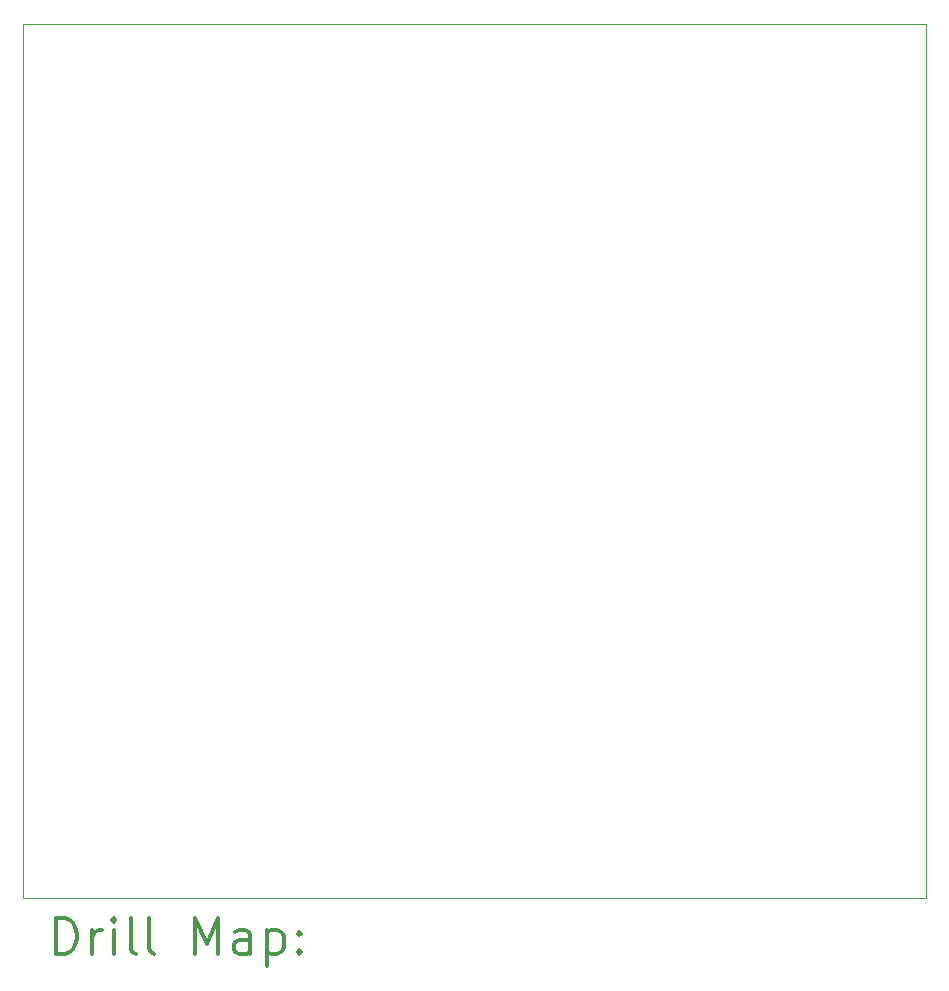
<source format=gbr>
%FSLAX45Y45*%
G04 Gerber Fmt 4.5, Leading zero omitted, Abs format (unit mm)*
G04 Created by KiCad (PCBNEW 5.1.9) date 2021-04-28 13:54:46*
%MOMM*%
%LPD*%
G01*
G04 APERTURE LIST*
%TA.AperFunction,Profile*%
%ADD10C,0.100000*%
%TD*%
%ADD11C,0.200000*%
%ADD12C,0.300000*%
G04 APERTURE END LIST*
D10*
X10400000Y-2540000D02*
X18040000Y-2540000D01*
X10400000Y-9940000D02*
X10400000Y-2540000D01*
X18040000Y-9940000D02*
X10400000Y-9940000D01*
X18040000Y-2540000D02*
X18040000Y-9940000D01*
D11*
D12*
X10681428Y-10410714D02*
X10681428Y-10110714D01*
X10752857Y-10110714D01*
X10795714Y-10125000D01*
X10824286Y-10153572D01*
X10838571Y-10182143D01*
X10852857Y-10239286D01*
X10852857Y-10282143D01*
X10838571Y-10339286D01*
X10824286Y-10367857D01*
X10795714Y-10396429D01*
X10752857Y-10410714D01*
X10681428Y-10410714D01*
X10981428Y-10410714D02*
X10981428Y-10210714D01*
X10981428Y-10267857D02*
X10995714Y-10239286D01*
X11010000Y-10225000D01*
X11038571Y-10210714D01*
X11067143Y-10210714D01*
X11167143Y-10410714D02*
X11167143Y-10210714D01*
X11167143Y-10110714D02*
X11152857Y-10125000D01*
X11167143Y-10139286D01*
X11181428Y-10125000D01*
X11167143Y-10110714D01*
X11167143Y-10139286D01*
X11352857Y-10410714D02*
X11324286Y-10396429D01*
X11310000Y-10367857D01*
X11310000Y-10110714D01*
X11510000Y-10410714D02*
X11481428Y-10396429D01*
X11467143Y-10367857D01*
X11467143Y-10110714D01*
X11852857Y-10410714D02*
X11852857Y-10110714D01*
X11952857Y-10325000D01*
X12052857Y-10110714D01*
X12052857Y-10410714D01*
X12324286Y-10410714D02*
X12324286Y-10253572D01*
X12310000Y-10225000D01*
X12281428Y-10210714D01*
X12224286Y-10210714D01*
X12195714Y-10225000D01*
X12324286Y-10396429D02*
X12295714Y-10410714D01*
X12224286Y-10410714D01*
X12195714Y-10396429D01*
X12181428Y-10367857D01*
X12181428Y-10339286D01*
X12195714Y-10310714D01*
X12224286Y-10296429D01*
X12295714Y-10296429D01*
X12324286Y-10282143D01*
X12467143Y-10210714D02*
X12467143Y-10510714D01*
X12467143Y-10225000D02*
X12495714Y-10210714D01*
X12552857Y-10210714D01*
X12581428Y-10225000D01*
X12595714Y-10239286D01*
X12610000Y-10267857D01*
X12610000Y-10353572D01*
X12595714Y-10382143D01*
X12581428Y-10396429D01*
X12552857Y-10410714D01*
X12495714Y-10410714D01*
X12467143Y-10396429D01*
X12738571Y-10382143D02*
X12752857Y-10396429D01*
X12738571Y-10410714D01*
X12724286Y-10396429D01*
X12738571Y-10382143D01*
X12738571Y-10410714D01*
X12738571Y-10225000D02*
X12752857Y-10239286D01*
X12738571Y-10253572D01*
X12724286Y-10239286D01*
X12738571Y-10225000D01*
X12738571Y-10253572D01*
M02*

</source>
